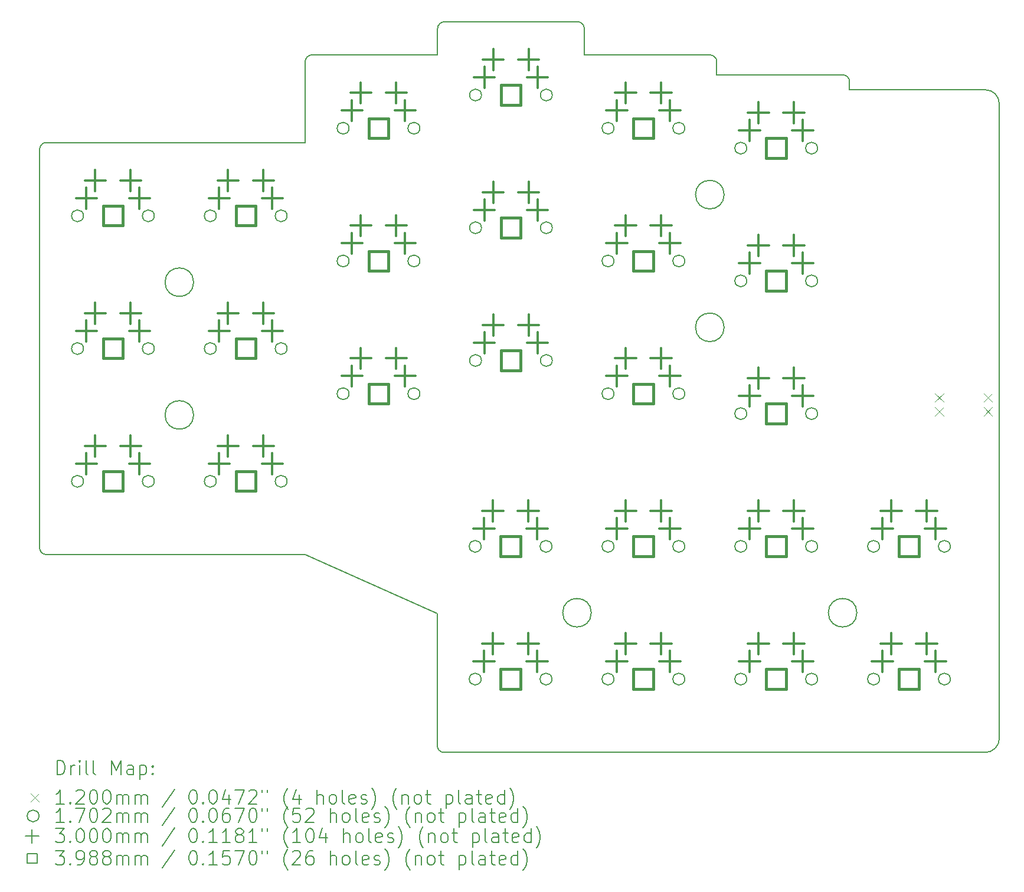
<source format=gbr>
%TF.GenerationSoftware,KiCad,Pcbnew,(6.0.8)*%
%TF.CreationDate,2022-10-22T23:06:45+01:00*%
%TF.ProjectId,board,626f6172-642e-46b6-9963-61645f706362,v1.0.0*%
%TF.SameCoordinates,Original*%
%TF.FileFunction,Drillmap*%
%TF.FilePolarity,Positive*%
%FSLAX45Y45*%
G04 Gerber Fmt 4.5, Leading zero omitted, Abs format (unit mm)*
G04 Created by KiCad (PCBNEW (6.0.8)) date 2022-10-22 23:06:45*
%MOMM*%
%LPD*%
G01*
G04 APERTURE LIST*
%ADD10C,0.150000*%
%ADD11C,0.200000*%
%ADD12C,0.120000*%
%ADD13C,0.170180*%
%ADD14C,0.300000*%
%ADD15C,0.398780*%
G04 APERTURE END LIST*
D10*
X952500Y-1052500D02*
X4662500Y-1052500D01*
X852500Y-952500D02*
X852500Y4762500D01*
X852500Y-952500D02*
G75*
G03*
X952500Y-1052500I100000J0D01*
G01*
X952500Y4862500D02*
X4662500Y4862500D01*
X952500Y4862500D02*
G75*
G03*
X852500Y4762500I0J-100000D01*
G01*
X6562500Y6119800D02*
X4762500Y6119800D01*
X4762500Y6119800D02*
G75*
G03*
X4662500Y6019800I0J-100000D01*
G01*
X4662500Y6019800D02*
X4662500Y4862500D01*
X8667500Y6119800D02*
X8667500Y6496050D01*
X8667500Y6496050D02*
G75*
G03*
X8567500Y6596050I-100000J0D01*
G01*
X8567500Y6596050D02*
X6662500Y6596050D01*
X6662500Y6596050D02*
G75*
G03*
X6562500Y6496050I0J-100000D01*
G01*
X6562500Y6496050D02*
X6562500Y6119800D01*
X10567500Y5834050D02*
X10567500Y6019800D01*
X10567500Y6019800D02*
G75*
G03*
X10467500Y6119800I-100000J0D01*
G01*
X10467500Y6119800D02*
X8667500Y6119800D01*
X12472500Y5619050D02*
X12472500Y5734050D01*
X12472500Y5734050D02*
G75*
G03*
X12372500Y5834050I-100000J0D01*
G01*
X12372500Y5834050D02*
X10567500Y5834050D01*
X6557500Y-3790950D02*
X6557500Y-1896838D01*
X6657500Y-3890950D02*
X14420000Y-3890950D01*
X6557500Y-3790950D02*
G75*
G03*
X6657500Y-3890950I100000J0D01*
G01*
X6557500Y-1896838D02*
X4662500Y-1052500D01*
X14420000Y-3890950D02*
G75*
G03*
X14620000Y-3690950I0J200000D01*
G01*
X14620000Y-3690950D02*
X14620000Y5419050D01*
X14620000Y5419050D02*
G75*
G03*
X14420000Y5619050I-200000J0D01*
G01*
X14420000Y5619050D02*
X12472500Y5619050D01*
X3062500Y2857500D02*
G75*
G03*
X3062500Y2857500I-205000J0D01*
G01*
X3062500Y952500D02*
G75*
G03*
X3062500Y952500I-205000J0D01*
G01*
X10672500Y4114800D02*
G75*
G03*
X10672500Y4114800I-205000J0D01*
G01*
X10672500Y2209800D02*
G75*
G03*
X10672500Y2209800I-205000J0D01*
G01*
X12577500Y-1885950D02*
G75*
G03*
X12577500Y-1885950I-205000J0D01*
G01*
X8767500Y-1885950D02*
G75*
G03*
X8767500Y-1885950I-205000J0D01*
G01*
D11*
D12*
X13700000Y1261550D02*
X13820000Y1141550D01*
X13820000Y1261550D02*
X13700000Y1141550D01*
X13700000Y1061550D02*
X13820000Y941550D01*
X13820000Y1061550D02*
X13700000Y941550D01*
X14400000Y1261550D02*
X14520000Y1141550D01*
X14520000Y1261550D02*
X14400000Y1141550D01*
X14400000Y1061550D02*
X14520000Y941550D01*
X14520000Y1061550D02*
X14400000Y941550D01*
D13*
X1482090Y3810000D02*
G75*
G03*
X1482090Y3810000I-85090J0D01*
G01*
X1482090Y1905000D02*
G75*
G03*
X1482090Y1905000I-85090J0D01*
G01*
X1482090Y0D02*
G75*
G03*
X1482090Y0I-85090J0D01*
G01*
X2498090Y3810000D02*
G75*
G03*
X2498090Y3810000I-85090J0D01*
G01*
X2498090Y1905000D02*
G75*
G03*
X2498090Y1905000I-85090J0D01*
G01*
X2498090Y0D02*
G75*
G03*
X2498090Y0I-85090J0D01*
G01*
X3387090Y3810000D02*
G75*
G03*
X3387090Y3810000I-85090J0D01*
G01*
X3387090Y1905000D02*
G75*
G03*
X3387090Y1905000I-85090J0D01*
G01*
X3387090Y0D02*
G75*
G03*
X3387090Y0I-85090J0D01*
G01*
X4403090Y3810000D02*
G75*
G03*
X4403090Y3810000I-85090J0D01*
G01*
X4403090Y1905000D02*
G75*
G03*
X4403090Y1905000I-85090J0D01*
G01*
X4403090Y0D02*
G75*
G03*
X4403090Y0I-85090J0D01*
G01*
X5292090Y5067300D02*
G75*
G03*
X5292090Y5067300I-85090J0D01*
G01*
X5292090Y3162300D02*
G75*
G03*
X5292090Y3162300I-85090J0D01*
G01*
X5292090Y1257300D02*
G75*
G03*
X5292090Y1257300I-85090J0D01*
G01*
X6308090Y5067300D02*
G75*
G03*
X6308090Y5067300I-85090J0D01*
G01*
X6308090Y3162300D02*
G75*
G03*
X6308090Y3162300I-85090J0D01*
G01*
X6308090Y1257300D02*
G75*
G03*
X6308090Y1257300I-85090J0D01*
G01*
X7187090Y-933450D02*
G75*
G03*
X7187090Y-933450I-85090J0D01*
G01*
X7187090Y-2838450D02*
G75*
G03*
X7187090Y-2838450I-85090J0D01*
G01*
X7192090Y5543550D02*
G75*
G03*
X7192090Y5543550I-85090J0D01*
G01*
X7192090Y3638550D02*
G75*
G03*
X7192090Y3638550I-85090J0D01*
G01*
X7192090Y1733550D02*
G75*
G03*
X7192090Y1733550I-85090J0D01*
G01*
X8203090Y-933450D02*
G75*
G03*
X8203090Y-933450I-85090J0D01*
G01*
X8203090Y-2838450D02*
G75*
G03*
X8203090Y-2838450I-85090J0D01*
G01*
X8208090Y5543550D02*
G75*
G03*
X8208090Y5543550I-85090J0D01*
G01*
X8208090Y3638550D02*
G75*
G03*
X8208090Y3638550I-85090J0D01*
G01*
X8208090Y1733550D02*
G75*
G03*
X8208090Y1733550I-85090J0D01*
G01*
X9092090Y5067300D02*
G75*
G03*
X9092090Y5067300I-85090J0D01*
G01*
X9092090Y3162300D02*
G75*
G03*
X9092090Y3162300I-85090J0D01*
G01*
X9092090Y1257300D02*
G75*
G03*
X9092090Y1257300I-85090J0D01*
G01*
X9092090Y-933450D02*
G75*
G03*
X9092090Y-933450I-85090J0D01*
G01*
X9092090Y-2838450D02*
G75*
G03*
X9092090Y-2838450I-85090J0D01*
G01*
X10108090Y5067300D02*
G75*
G03*
X10108090Y5067300I-85090J0D01*
G01*
X10108090Y3162300D02*
G75*
G03*
X10108090Y3162300I-85090J0D01*
G01*
X10108090Y1257300D02*
G75*
G03*
X10108090Y1257300I-85090J0D01*
G01*
X10108090Y-933450D02*
G75*
G03*
X10108090Y-933450I-85090J0D01*
G01*
X10108090Y-2838450D02*
G75*
G03*
X10108090Y-2838450I-85090J0D01*
G01*
X10997090Y4781550D02*
G75*
G03*
X10997090Y4781550I-85090J0D01*
G01*
X10997090Y2876550D02*
G75*
G03*
X10997090Y2876550I-85090J0D01*
G01*
X10997090Y971550D02*
G75*
G03*
X10997090Y971550I-85090J0D01*
G01*
X10997090Y-933450D02*
G75*
G03*
X10997090Y-933450I-85090J0D01*
G01*
X10997090Y-2838450D02*
G75*
G03*
X10997090Y-2838450I-85090J0D01*
G01*
X12013090Y4781550D02*
G75*
G03*
X12013090Y4781550I-85090J0D01*
G01*
X12013090Y2876550D02*
G75*
G03*
X12013090Y2876550I-85090J0D01*
G01*
X12013090Y971550D02*
G75*
G03*
X12013090Y971550I-85090J0D01*
G01*
X12013090Y-933450D02*
G75*
G03*
X12013090Y-933450I-85090J0D01*
G01*
X12013090Y-2838450D02*
G75*
G03*
X12013090Y-2838450I-85090J0D01*
G01*
X12902090Y-933450D02*
G75*
G03*
X12902090Y-933450I-85090J0D01*
G01*
X12902090Y-2838450D02*
G75*
G03*
X12902090Y-2838450I-85090J0D01*
G01*
X13918090Y-933450D02*
G75*
G03*
X13918090Y-933450I-85090J0D01*
G01*
X13918090Y-2838450D02*
G75*
G03*
X13918090Y-2838450I-85090J0D01*
G01*
D14*
X1524000Y4214000D02*
X1524000Y3914000D01*
X1374000Y4064000D02*
X1674000Y4064000D01*
X1524000Y2309000D02*
X1524000Y2009000D01*
X1374000Y2159000D02*
X1674000Y2159000D01*
X1524000Y404000D02*
X1524000Y104000D01*
X1374000Y254000D02*
X1674000Y254000D01*
X1651000Y4468000D02*
X1651000Y4168000D01*
X1501000Y4318000D02*
X1801000Y4318000D01*
X1651000Y2563000D02*
X1651000Y2263000D01*
X1501000Y2413000D02*
X1801000Y2413000D01*
X1651000Y658000D02*
X1651000Y358000D01*
X1501000Y508000D02*
X1801000Y508000D01*
X2159000Y4468000D02*
X2159000Y4168000D01*
X2009000Y4318000D02*
X2309000Y4318000D01*
X2159000Y2563000D02*
X2159000Y2263000D01*
X2009000Y2413000D02*
X2309000Y2413000D01*
X2159000Y658000D02*
X2159000Y358000D01*
X2009000Y508000D02*
X2309000Y508000D01*
X2286000Y4214000D02*
X2286000Y3914000D01*
X2136000Y4064000D02*
X2436000Y4064000D01*
X2286000Y2309000D02*
X2286000Y2009000D01*
X2136000Y2159000D02*
X2436000Y2159000D01*
X2286000Y404000D02*
X2286000Y104000D01*
X2136000Y254000D02*
X2436000Y254000D01*
X3429000Y4214000D02*
X3429000Y3914000D01*
X3279000Y4064000D02*
X3579000Y4064000D01*
X3429000Y2309000D02*
X3429000Y2009000D01*
X3279000Y2159000D02*
X3579000Y2159000D01*
X3429000Y404000D02*
X3429000Y104000D01*
X3279000Y254000D02*
X3579000Y254000D01*
X3556000Y4468000D02*
X3556000Y4168000D01*
X3406000Y4318000D02*
X3706000Y4318000D01*
X3556000Y2563000D02*
X3556000Y2263000D01*
X3406000Y2413000D02*
X3706000Y2413000D01*
X3556000Y658000D02*
X3556000Y358000D01*
X3406000Y508000D02*
X3706000Y508000D01*
X4064000Y4468000D02*
X4064000Y4168000D01*
X3914000Y4318000D02*
X4214000Y4318000D01*
X4064000Y2563000D02*
X4064000Y2263000D01*
X3914000Y2413000D02*
X4214000Y2413000D01*
X4064000Y658000D02*
X4064000Y358000D01*
X3914000Y508000D02*
X4214000Y508000D01*
X4191000Y4214000D02*
X4191000Y3914000D01*
X4041000Y4064000D02*
X4341000Y4064000D01*
X4191000Y2309000D02*
X4191000Y2009000D01*
X4041000Y2159000D02*
X4341000Y2159000D01*
X4191000Y404000D02*
X4191000Y104000D01*
X4041000Y254000D02*
X4341000Y254000D01*
X5334000Y5471300D02*
X5334000Y5171300D01*
X5184000Y5321300D02*
X5484000Y5321300D01*
X5334000Y3566300D02*
X5334000Y3266300D01*
X5184000Y3416300D02*
X5484000Y3416300D01*
X5334000Y1661300D02*
X5334000Y1361300D01*
X5184000Y1511300D02*
X5484000Y1511300D01*
X5461000Y5725300D02*
X5461000Y5425300D01*
X5311000Y5575300D02*
X5611000Y5575300D01*
X5461000Y3820300D02*
X5461000Y3520300D01*
X5311000Y3670300D02*
X5611000Y3670300D01*
X5461000Y1915300D02*
X5461000Y1615300D01*
X5311000Y1765300D02*
X5611000Y1765300D01*
X5969000Y5725300D02*
X5969000Y5425300D01*
X5819000Y5575300D02*
X6119000Y5575300D01*
X5969000Y3820300D02*
X5969000Y3520300D01*
X5819000Y3670300D02*
X6119000Y3670300D01*
X5969000Y1915300D02*
X5969000Y1615300D01*
X5819000Y1765300D02*
X6119000Y1765300D01*
X6096000Y5471300D02*
X6096000Y5171300D01*
X5946000Y5321300D02*
X6246000Y5321300D01*
X6096000Y3566300D02*
X6096000Y3266300D01*
X5946000Y3416300D02*
X6246000Y3416300D01*
X6096000Y1661300D02*
X6096000Y1361300D01*
X5946000Y1511300D02*
X6246000Y1511300D01*
X7229000Y-529450D02*
X7229000Y-829450D01*
X7079000Y-679450D02*
X7379000Y-679450D01*
X7229000Y-2434450D02*
X7229000Y-2734450D01*
X7079000Y-2584450D02*
X7379000Y-2584450D01*
X7234000Y5947550D02*
X7234000Y5647550D01*
X7084000Y5797550D02*
X7384000Y5797550D01*
X7234000Y4042550D02*
X7234000Y3742550D01*
X7084000Y3892550D02*
X7384000Y3892550D01*
X7234000Y2137550D02*
X7234000Y1837550D01*
X7084000Y1987550D02*
X7384000Y1987550D01*
X7356000Y-275450D02*
X7356000Y-575450D01*
X7206000Y-425450D02*
X7506000Y-425450D01*
X7356000Y-2180450D02*
X7356000Y-2480450D01*
X7206000Y-2330450D02*
X7506000Y-2330450D01*
X7361000Y6201550D02*
X7361000Y5901550D01*
X7211000Y6051550D02*
X7511000Y6051550D01*
X7361000Y4296550D02*
X7361000Y3996550D01*
X7211000Y4146550D02*
X7511000Y4146550D01*
X7361000Y2391550D02*
X7361000Y2091550D01*
X7211000Y2241550D02*
X7511000Y2241550D01*
X7864000Y-275450D02*
X7864000Y-575450D01*
X7714000Y-425450D02*
X8014000Y-425450D01*
X7864000Y-2180450D02*
X7864000Y-2480450D01*
X7714000Y-2330450D02*
X8014000Y-2330450D01*
X7869000Y6201550D02*
X7869000Y5901550D01*
X7719000Y6051550D02*
X8019000Y6051550D01*
X7869000Y4296550D02*
X7869000Y3996550D01*
X7719000Y4146550D02*
X8019000Y4146550D01*
X7869000Y2391550D02*
X7869000Y2091550D01*
X7719000Y2241550D02*
X8019000Y2241550D01*
X7991000Y-529450D02*
X7991000Y-829450D01*
X7841000Y-679450D02*
X8141000Y-679450D01*
X7991000Y-2434450D02*
X7991000Y-2734450D01*
X7841000Y-2584450D02*
X8141000Y-2584450D01*
X7996000Y5947550D02*
X7996000Y5647550D01*
X7846000Y5797550D02*
X8146000Y5797550D01*
X7996000Y4042550D02*
X7996000Y3742550D01*
X7846000Y3892550D02*
X8146000Y3892550D01*
X7996000Y2137550D02*
X7996000Y1837550D01*
X7846000Y1987550D02*
X8146000Y1987550D01*
X9134000Y5471300D02*
X9134000Y5171300D01*
X8984000Y5321300D02*
X9284000Y5321300D01*
X9134000Y3566300D02*
X9134000Y3266300D01*
X8984000Y3416300D02*
X9284000Y3416300D01*
X9134000Y1661300D02*
X9134000Y1361300D01*
X8984000Y1511300D02*
X9284000Y1511300D01*
X9134000Y-529450D02*
X9134000Y-829450D01*
X8984000Y-679450D02*
X9284000Y-679450D01*
X9134000Y-2434450D02*
X9134000Y-2734450D01*
X8984000Y-2584450D02*
X9284000Y-2584450D01*
X9261000Y5725300D02*
X9261000Y5425300D01*
X9111000Y5575300D02*
X9411000Y5575300D01*
X9261000Y3820300D02*
X9261000Y3520300D01*
X9111000Y3670300D02*
X9411000Y3670300D01*
X9261000Y1915300D02*
X9261000Y1615300D01*
X9111000Y1765300D02*
X9411000Y1765300D01*
X9261000Y-275450D02*
X9261000Y-575450D01*
X9111000Y-425450D02*
X9411000Y-425450D01*
X9261000Y-2180450D02*
X9261000Y-2480450D01*
X9111000Y-2330450D02*
X9411000Y-2330450D01*
X9769000Y5725300D02*
X9769000Y5425300D01*
X9619000Y5575300D02*
X9919000Y5575300D01*
X9769000Y3820300D02*
X9769000Y3520300D01*
X9619000Y3670300D02*
X9919000Y3670300D01*
X9769000Y1915300D02*
X9769000Y1615300D01*
X9619000Y1765300D02*
X9919000Y1765300D01*
X9769000Y-275450D02*
X9769000Y-575450D01*
X9619000Y-425450D02*
X9919000Y-425450D01*
X9769000Y-2180450D02*
X9769000Y-2480450D01*
X9619000Y-2330450D02*
X9919000Y-2330450D01*
X9896000Y5471300D02*
X9896000Y5171300D01*
X9746000Y5321300D02*
X10046000Y5321300D01*
X9896000Y3566300D02*
X9896000Y3266300D01*
X9746000Y3416300D02*
X10046000Y3416300D01*
X9896000Y1661300D02*
X9896000Y1361300D01*
X9746000Y1511300D02*
X10046000Y1511300D01*
X9896000Y-529450D02*
X9896000Y-829450D01*
X9746000Y-679450D02*
X10046000Y-679450D01*
X9896000Y-2434450D02*
X9896000Y-2734450D01*
X9746000Y-2584450D02*
X10046000Y-2584450D01*
X11039000Y5185550D02*
X11039000Y4885550D01*
X10889000Y5035550D02*
X11189000Y5035550D01*
X11039000Y3280550D02*
X11039000Y2980550D01*
X10889000Y3130550D02*
X11189000Y3130550D01*
X11039000Y1375550D02*
X11039000Y1075550D01*
X10889000Y1225550D02*
X11189000Y1225550D01*
X11039000Y-529450D02*
X11039000Y-829450D01*
X10889000Y-679450D02*
X11189000Y-679450D01*
X11039000Y-2434450D02*
X11039000Y-2734450D01*
X10889000Y-2584450D02*
X11189000Y-2584450D01*
X11166000Y5439550D02*
X11166000Y5139550D01*
X11016000Y5289550D02*
X11316000Y5289550D01*
X11166000Y3534550D02*
X11166000Y3234550D01*
X11016000Y3384550D02*
X11316000Y3384550D01*
X11166000Y1629550D02*
X11166000Y1329550D01*
X11016000Y1479550D02*
X11316000Y1479550D01*
X11166000Y-275450D02*
X11166000Y-575450D01*
X11016000Y-425450D02*
X11316000Y-425450D01*
X11166000Y-2180450D02*
X11166000Y-2480450D01*
X11016000Y-2330450D02*
X11316000Y-2330450D01*
X11674000Y5439550D02*
X11674000Y5139550D01*
X11524000Y5289550D02*
X11824000Y5289550D01*
X11674000Y3534550D02*
X11674000Y3234550D01*
X11524000Y3384550D02*
X11824000Y3384550D01*
X11674000Y1629550D02*
X11674000Y1329550D01*
X11524000Y1479550D02*
X11824000Y1479550D01*
X11674000Y-275450D02*
X11674000Y-575450D01*
X11524000Y-425450D02*
X11824000Y-425450D01*
X11674000Y-2180450D02*
X11674000Y-2480450D01*
X11524000Y-2330450D02*
X11824000Y-2330450D01*
X11801000Y5185550D02*
X11801000Y4885550D01*
X11651000Y5035550D02*
X11951000Y5035550D01*
X11801000Y3280550D02*
X11801000Y2980550D01*
X11651000Y3130550D02*
X11951000Y3130550D01*
X11801000Y1375550D02*
X11801000Y1075550D01*
X11651000Y1225550D02*
X11951000Y1225550D01*
X11801000Y-529450D02*
X11801000Y-829450D01*
X11651000Y-679450D02*
X11951000Y-679450D01*
X11801000Y-2434450D02*
X11801000Y-2734450D01*
X11651000Y-2584450D02*
X11951000Y-2584450D01*
X12944000Y-529450D02*
X12944000Y-829450D01*
X12794000Y-679450D02*
X13094000Y-679450D01*
X12944000Y-2434450D02*
X12944000Y-2734450D01*
X12794000Y-2584450D02*
X13094000Y-2584450D01*
X13071000Y-275450D02*
X13071000Y-575450D01*
X12921000Y-425450D02*
X13221000Y-425450D01*
X13071000Y-2180450D02*
X13071000Y-2480450D01*
X12921000Y-2330450D02*
X13221000Y-2330450D01*
X13579000Y-275450D02*
X13579000Y-575450D01*
X13429000Y-425450D02*
X13729000Y-425450D01*
X13579000Y-2180450D02*
X13579000Y-2480450D01*
X13429000Y-2330450D02*
X13729000Y-2330450D01*
X13706000Y-529450D02*
X13706000Y-829450D01*
X13556000Y-679450D02*
X13856000Y-679450D01*
X13706000Y-2434450D02*
X13706000Y-2734450D01*
X13556000Y-2584450D02*
X13856000Y-2584450D01*
D15*
X2045991Y3669009D02*
X2045991Y3950991D01*
X1764009Y3950991D01*
X1764009Y3669009D01*
X2045991Y3669009D01*
X2045991Y1764009D02*
X2045991Y2045991D01*
X1764009Y2045991D01*
X1764009Y1764009D01*
X2045991Y1764009D01*
X2045991Y-140991D02*
X2045991Y140991D01*
X1764009Y140991D01*
X1764009Y-140991D01*
X2045991Y-140991D01*
X3950991Y3669009D02*
X3950991Y3950991D01*
X3669009Y3950991D01*
X3669009Y3669009D01*
X3950991Y3669009D01*
X3950991Y1764009D02*
X3950991Y2045991D01*
X3669009Y2045991D01*
X3669009Y1764009D01*
X3950991Y1764009D01*
X3950991Y-140991D02*
X3950991Y140991D01*
X3669009Y140991D01*
X3669009Y-140991D01*
X3950991Y-140991D01*
X5855991Y4926309D02*
X5855991Y5208291D01*
X5574009Y5208291D01*
X5574009Y4926309D01*
X5855991Y4926309D01*
X5855991Y3021309D02*
X5855991Y3303291D01*
X5574009Y3303291D01*
X5574009Y3021309D01*
X5855991Y3021309D01*
X5855991Y1116309D02*
X5855991Y1398291D01*
X5574009Y1398291D01*
X5574009Y1116309D01*
X5855991Y1116309D01*
X7750991Y-1074441D02*
X7750991Y-792459D01*
X7469009Y-792459D01*
X7469009Y-1074441D01*
X7750991Y-1074441D01*
X7750991Y-2979441D02*
X7750991Y-2697459D01*
X7469009Y-2697459D01*
X7469009Y-2979441D01*
X7750991Y-2979441D01*
X7755991Y5402559D02*
X7755991Y5684541D01*
X7474009Y5684541D01*
X7474009Y5402559D01*
X7755991Y5402559D01*
X7755991Y3497559D02*
X7755991Y3779541D01*
X7474009Y3779541D01*
X7474009Y3497559D01*
X7755991Y3497559D01*
X7755991Y1592559D02*
X7755991Y1874541D01*
X7474009Y1874541D01*
X7474009Y1592559D01*
X7755991Y1592559D01*
X9655991Y4926309D02*
X9655991Y5208291D01*
X9374009Y5208291D01*
X9374009Y4926309D01*
X9655991Y4926309D01*
X9655991Y3021309D02*
X9655991Y3303291D01*
X9374009Y3303291D01*
X9374009Y3021309D01*
X9655991Y3021309D01*
X9655991Y1116309D02*
X9655991Y1398291D01*
X9374009Y1398291D01*
X9374009Y1116309D01*
X9655991Y1116309D01*
X9655991Y-1074441D02*
X9655991Y-792459D01*
X9374009Y-792459D01*
X9374009Y-1074441D01*
X9655991Y-1074441D01*
X9655991Y-2979441D02*
X9655991Y-2697459D01*
X9374009Y-2697459D01*
X9374009Y-2979441D01*
X9655991Y-2979441D01*
X11560991Y4640559D02*
X11560991Y4922541D01*
X11279009Y4922541D01*
X11279009Y4640559D01*
X11560991Y4640559D01*
X11560991Y2735559D02*
X11560991Y3017541D01*
X11279009Y3017541D01*
X11279009Y2735559D01*
X11560991Y2735559D01*
X11560991Y830559D02*
X11560991Y1112541D01*
X11279009Y1112541D01*
X11279009Y830559D01*
X11560991Y830559D01*
X11560991Y-1074441D02*
X11560991Y-792459D01*
X11279009Y-792459D01*
X11279009Y-1074441D01*
X11560991Y-1074441D01*
X11560991Y-2979441D02*
X11560991Y-2697459D01*
X11279009Y-2697459D01*
X11279009Y-2979441D01*
X11560991Y-2979441D01*
X13465991Y-1074441D02*
X13465991Y-792459D01*
X13184009Y-792459D01*
X13184009Y-1074441D01*
X13465991Y-1074441D01*
X13465991Y-2979441D02*
X13465991Y-2697459D01*
X13184009Y-2697459D01*
X13184009Y-2979441D01*
X13465991Y-2979441D01*
D11*
X1102619Y-4208926D02*
X1102619Y-4008926D01*
X1150238Y-4008926D01*
X1178810Y-4018450D01*
X1197857Y-4037498D01*
X1207381Y-4056545D01*
X1216905Y-4094640D01*
X1216905Y-4123212D01*
X1207381Y-4161307D01*
X1197857Y-4180355D01*
X1178810Y-4199402D01*
X1150238Y-4208926D01*
X1102619Y-4208926D01*
X1302619Y-4208926D02*
X1302619Y-4075593D01*
X1302619Y-4113688D02*
X1312143Y-4094640D01*
X1321667Y-4085117D01*
X1340714Y-4075593D01*
X1359762Y-4075593D01*
X1426428Y-4208926D02*
X1426428Y-4075593D01*
X1426428Y-4008926D02*
X1416905Y-4018450D01*
X1426428Y-4027974D01*
X1435952Y-4018450D01*
X1426428Y-4008926D01*
X1426428Y-4027974D01*
X1550238Y-4208926D02*
X1531190Y-4199402D01*
X1521667Y-4180355D01*
X1521667Y-4008926D01*
X1655000Y-4208926D02*
X1635952Y-4199402D01*
X1626428Y-4180355D01*
X1626428Y-4008926D01*
X1883571Y-4208926D02*
X1883571Y-4008926D01*
X1950238Y-4151783D01*
X2016905Y-4008926D01*
X2016905Y-4208926D01*
X2197857Y-4208926D02*
X2197857Y-4104164D01*
X2188333Y-4085117D01*
X2169286Y-4075593D01*
X2131190Y-4075593D01*
X2112143Y-4085117D01*
X2197857Y-4199402D02*
X2178810Y-4208926D01*
X2131190Y-4208926D01*
X2112143Y-4199402D01*
X2102619Y-4180355D01*
X2102619Y-4161307D01*
X2112143Y-4142259D01*
X2131190Y-4132736D01*
X2178810Y-4132736D01*
X2197857Y-4123212D01*
X2293095Y-4075593D02*
X2293095Y-4275593D01*
X2293095Y-4085117D02*
X2312143Y-4075593D01*
X2350238Y-4075593D01*
X2369286Y-4085117D01*
X2378810Y-4094640D01*
X2388333Y-4113688D01*
X2388333Y-4170831D01*
X2378810Y-4189878D01*
X2369286Y-4199402D01*
X2350238Y-4208926D01*
X2312143Y-4208926D01*
X2293095Y-4199402D01*
X2474048Y-4189878D02*
X2483571Y-4199402D01*
X2474048Y-4208926D01*
X2464524Y-4199402D01*
X2474048Y-4189878D01*
X2474048Y-4208926D01*
X2474048Y-4085117D02*
X2483571Y-4094640D01*
X2474048Y-4104164D01*
X2464524Y-4094640D01*
X2474048Y-4085117D01*
X2474048Y-4104164D01*
D12*
X725000Y-4478450D02*
X845000Y-4598450D01*
X845000Y-4478450D02*
X725000Y-4598450D01*
D11*
X1207381Y-4628926D02*
X1093095Y-4628926D01*
X1150238Y-4628926D02*
X1150238Y-4428926D01*
X1131190Y-4457498D01*
X1112143Y-4476545D01*
X1093095Y-4486069D01*
X1293095Y-4609879D02*
X1302619Y-4619402D01*
X1293095Y-4628926D01*
X1283571Y-4619402D01*
X1293095Y-4609879D01*
X1293095Y-4628926D01*
X1378810Y-4447974D02*
X1388333Y-4438450D01*
X1407381Y-4428926D01*
X1455000Y-4428926D01*
X1474048Y-4438450D01*
X1483571Y-4447974D01*
X1493095Y-4467021D01*
X1493095Y-4486069D01*
X1483571Y-4514640D01*
X1369286Y-4628926D01*
X1493095Y-4628926D01*
X1616905Y-4428926D02*
X1635952Y-4428926D01*
X1655000Y-4438450D01*
X1664524Y-4447974D01*
X1674048Y-4467021D01*
X1683571Y-4505117D01*
X1683571Y-4552736D01*
X1674048Y-4590831D01*
X1664524Y-4609879D01*
X1655000Y-4619402D01*
X1635952Y-4628926D01*
X1616905Y-4628926D01*
X1597857Y-4619402D01*
X1588333Y-4609879D01*
X1578809Y-4590831D01*
X1569286Y-4552736D01*
X1569286Y-4505117D01*
X1578809Y-4467021D01*
X1588333Y-4447974D01*
X1597857Y-4438450D01*
X1616905Y-4428926D01*
X1807381Y-4428926D02*
X1826428Y-4428926D01*
X1845476Y-4438450D01*
X1855000Y-4447974D01*
X1864524Y-4467021D01*
X1874048Y-4505117D01*
X1874048Y-4552736D01*
X1864524Y-4590831D01*
X1855000Y-4609879D01*
X1845476Y-4619402D01*
X1826428Y-4628926D01*
X1807381Y-4628926D01*
X1788333Y-4619402D01*
X1778809Y-4609879D01*
X1769286Y-4590831D01*
X1759762Y-4552736D01*
X1759762Y-4505117D01*
X1769286Y-4467021D01*
X1778809Y-4447974D01*
X1788333Y-4438450D01*
X1807381Y-4428926D01*
X1959762Y-4628926D02*
X1959762Y-4495593D01*
X1959762Y-4514640D02*
X1969286Y-4505117D01*
X1988333Y-4495593D01*
X2016905Y-4495593D01*
X2035952Y-4505117D01*
X2045476Y-4524164D01*
X2045476Y-4628926D01*
X2045476Y-4524164D02*
X2055000Y-4505117D01*
X2074048Y-4495593D01*
X2102619Y-4495593D01*
X2121667Y-4505117D01*
X2131190Y-4524164D01*
X2131190Y-4628926D01*
X2226429Y-4628926D02*
X2226429Y-4495593D01*
X2226429Y-4514640D02*
X2235952Y-4505117D01*
X2255000Y-4495593D01*
X2283571Y-4495593D01*
X2302619Y-4505117D01*
X2312143Y-4524164D01*
X2312143Y-4628926D01*
X2312143Y-4524164D02*
X2321667Y-4505117D01*
X2340714Y-4495593D01*
X2369286Y-4495593D01*
X2388333Y-4505117D01*
X2397857Y-4524164D01*
X2397857Y-4628926D01*
X2788333Y-4419402D02*
X2616905Y-4676545D01*
X3045476Y-4428926D02*
X3064524Y-4428926D01*
X3083571Y-4438450D01*
X3093095Y-4447974D01*
X3102619Y-4467021D01*
X3112143Y-4505117D01*
X3112143Y-4552736D01*
X3102619Y-4590831D01*
X3093095Y-4609879D01*
X3083571Y-4619402D01*
X3064524Y-4628926D01*
X3045476Y-4628926D01*
X3026428Y-4619402D01*
X3016905Y-4609879D01*
X3007381Y-4590831D01*
X2997857Y-4552736D01*
X2997857Y-4505117D01*
X3007381Y-4467021D01*
X3016905Y-4447974D01*
X3026428Y-4438450D01*
X3045476Y-4428926D01*
X3197857Y-4609879D02*
X3207381Y-4619402D01*
X3197857Y-4628926D01*
X3188333Y-4619402D01*
X3197857Y-4609879D01*
X3197857Y-4628926D01*
X3331190Y-4428926D02*
X3350238Y-4428926D01*
X3369286Y-4438450D01*
X3378809Y-4447974D01*
X3388333Y-4467021D01*
X3397857Y-4505117D01*
X3397857Y-4552736D01*
X3388333Y-4590831D01*
X3378809Y-4609879D01*
X3369286Y-4619402D01*
X3350238Y-4628926D01*
X3331190Y-4628926D01*
X3312143Y-4619402D01*
X3302619Y-4609879D01*
X3293095Y-4590831D01*
X3283571Y-4552736D01*
X3283571Y-4505117D01*
X3293095Y-4467021D01*
X3302619Y-4447974D01*
X3312143Y-4438450D01*
X3331190Y-4428926D01*
X3569286Y-4495593D02*
X3569286Y-4628926D01*
X3521667Y-4419402D02*
X3474048Y-4562260D01*
X3597857Y-4562260D01*
X3655000Y-4428926D02*
X3788333Y-4428926D01*
X3702619Y-4628926D01*
X3855000Y-4447974D02*
X3864524Y-4438450D01*
X3883571Y-4428926D01*
X3931190Y-4428926D01*
X3950238Y-4438450D01*
X3959762Y-4447974D01*
X3969286Y-4467021D01*
X3969286Y-4486069D01*
X3959762Y-4514640D01*
X3845476Y-4628926D01*
X3969286Y-4628926D01*
X4045476Y-4428926D02*
X4045476Y-4467021D01*
X4121667Y-4428926D02*
X4121667Y-4467021D01*
X4416905Y-4705117D02*
X4407381Y-4695593D01*
X4388333Y-4667021D01*
X4378810Y-4647974D01*
X4369286Y-4619402D01*
X4359762Y-4571783D01*
X4359762Y-4533688D01*
X4369286Y-4486069D01*
X4378810Y-4457498D01*
X4388333Y-4438450D01*
X4407381Y-4409879D01*
X4416905Y-4400355D01*
X4578810Y-4495593D02*
X4578810Y-4628926D01*
X4531190Y-4419402D02*
X4483571Y-4562260D01*
X4607381Y-4562260D01*
X4835952Y-4628926D02*
X4835952Y-4428926D01*
X4921667Y-4628926D02*
X4921667Y-4524164D01*
X4912143Y-4505117D01*
X4893095Y-4495593D01*
X4864524Y-4495593D01*
X4845476Y-4505117D01*
X4835952Y-4514640D01*
X5045476Y-4628926D02*
X5026429Y-4619402D01*
X5016905Y-4609879D01*
X5007381Y-4590831D01*
X5007381Y-4533688D01*
X5016905Y-4514640D01*
X5026429Y-4505117D01*
X5045476Y-4495593D01*
X5074048Y-4495593D01*
X5093095Y-4505117D01*
X5102619Y-4514640D01*
X5112143Y-4533688D01*
X5112143Y-4590831D01*
X5102619Y-4609879D01*
X5093095Y-4619402D01*
X5074048Y-4628926D01*
X5045476Y-4628926D01*
X5226429Y-4628926D02*
X5207381Y-4619402D01*
X5197857Y-4600355D01*
X5197857Y-4428926D01*
X5378810Y-4619402D02*
X5359762Y-4628926D01*
X5321667Y-4628926D01*
X5302619Y-4619402D01*
X5293095Y-4600355D01*
X5293095Y-4524164D01*
X5302619Y-4505117D01*
X5321667Y-4495593D01*
X5359762Y-4495593D01*
X5378810Y-4505117D01*
X5388333Y-4524164D01*
X5388333Y-4543212D01*
X5293095Y-4562260D01*
X5464524Y-4619402D02*
X5483571Y-4628926D01*
X5521667Y-4628926D01*
X5540714Y-4619402D01*
X5550238Y-4600355D01*
X5550238Y-4590831D01*
X5540714Y-4571783D01*
X5521667Y-4562260D01*
X5493095Y-4562260D01*
X5474048Y-4552736D01*
X5464524Y-4533688D01*
X5464524Y-4524164D01*
X5474048Y-4505117D01*
X5493095Y-4495593D01*
X5521667Y-4495593D01*
X5540714Y-4505117D01*
X5616905Y-4705117D02*
X5626428Y-4695593D01*
X5645476Y-4667021D01*
X5655000Y-4647974D01*
X5664524Y-4619402D01*
X5674048Y-4571783D01*
X5674048Y-4533688D01*
X5664524Y-4486069D01*
X5655000Y-4457498D01*
X5645476Y-4438450D01*
X5626428Y-4409879D01*
X5616905Y-4400355D01*
X5978809Y-4705117D02*
X5969286Y-4695593D01*
X5950238Y-4667021D01*
X5940714Y-4647974D01*
X5931190Y-4619402D01*
X5921667Y-4571783D01*
X5921667Y-4533688D01*
X5931190Y-4486069D01*
X5940714Y-4457498D01*
X5950238Y-4438450D01*
X5969286Y-4409879D01*
X5978809Y-4400355D01*
X6055000Y-4495593D02*
X6055000Y-4628926D01*
X6055000Y-4514640D02*
X6064524Y-4505117D01*
X6083571Y-4495593D01*
X6112143Y-4495593D01*
X6131190Y-4505117D01*
X6140714Y-4524164D01*
X6140714Y-4628926D01*
X6264524Y-4628926D02*
X6245476Y-4619402D01*
X6235952Y-4609879D01*
X6226428Y-4590831D01*
X6226428Y-4533688D01*
X6235952Y-4514640D01*
X6245476Y-4505117D01*
X6264524Y-4495593D01*
X6293095Y-4495593D01*
X6312143Y-4505117D01*
X6321667Y-4514640D01*
X6331190Y-4533688D01*
X6331190Y-4590831D01*
X6321667Y-4609879D01*
X6312143Y-4619402D01*
X6293095Y-4628926D01*
X6264524Y-4628926D01*
X6388333Y-4495593D02*
X6464524Y-4495593D01*
X6416905Y-4428926D02*
X6416905Y-4600355D01*
X6426428Y-4619402D01*
X6445476Y-4628926D01*
X6464524Y-4628926D01*
X6683571Y-4495593D02*
X6683571Y-4695593D01*
X6683571Y-4505117D02*
X6702619Y-4495593D01*
X6740714Y-4495593D01*
X6759762Y-4505117D01*
X6769286Y-4514640D01*
X6778809Y-4533688D01*
X6778809Y-4590831D01*
X6769286Y-4609879D01*
X6759762Y-4619402D01*
X6740714Y-4628926D01*
X6702619Y-4628926D01*
X6683571Y-4619402D01*
X6893095Y-4628926D02*
X6874048Y-4619402D01*
X6864524Y-4600355D01*
X6864524Y-4428926D01*
X7055000Y-4628926D02*
X7055000Y-4524164D01*
X7045476Y-4505117D01*
X7026428Y-4495593D01*
X6988333Y-4495593D01*
X6969286Y-4505117D01*
X7055000Y-4619402D02*
X7035952Y-4628926D01*
X6988333Y-4628926D01*
X6969286Y-4619402D01*
X6959762Y-4600355D01*
X6959762Y-4581307D01*
X6969286Y-4562260D01*
X6988333Y-4552736D01*
X7035952Y-4552736D01*
X7055000Y-4543212D01*
X7121667Y-4495593D02*
X7197857Y-4495593D01*
X7150238Y-4428926D02*
X7150238Y-4600355D01*
X7159762Y-4619402D01*
X7178809Y-4628926D01*
X7197857Y-4628926D01*
X7340714Y-4619402D02*
X7321667Y-4628926D01*
X7283571Y-4628926D01*
X7264524Y-4619402D01*
X7255000Y-4600355D01*
X7255000Y-4524164D01*
X7264524Y-4505117D01*
X7283571Y-4495593D01*
X7321667Y-4495593D01*
X7340714Y-4505117D01*
X7350238Y-4524164D01*
X7350238Y-4543212D01*
X7255000Y-4562260D01*
X7521667Y-4628926D02*
X7521667Y-4428926D01*
X7521667Y-4619402D02*
X7502619Y-4628926D01*
X7464524Y-4628926D01*
X7445476Y-4619402D01*
X7435952Y-4609879D01*
X7426428Y-4590831D01*
X7426428Y-4533688D01*
X7435952Y-4514640D01*
X7445476Y-4505117D01*
X7464524Y-4495593D01*
X7502619Y-4495593D01*
X7521667Y-4505117D01*
X7597857Y-4705117D02*
X7607381Y-4695593D01*
X7626428Y-4667021D01*
X7635952Y-4647974D01*
X7645476Y-4619402D01*
X7655000Y-4571783D01*
X7655000Y-4533688D01*
X7645476Y-4486069D01*
X7635952Y-4457498D01*
X7626428Y-4438450D01*
X7607381Y-4409879D01*
X7597857Y-4400355D01*
D13*
X845000Y-4802450D02*
G75*
G03*
X845000Y-4802450I-85090J0D01*
G01*
D11*
X1207381Y-4892926D02*
X1093095Y-4892926D01*
X1150238Y-4892926D02*
X1150238Y-4692926D01*
X1131190Y-4721498D01*
X1112143Y-4740545D01*
X1093095Y-4750069D01*
X1293095Y-4873879D02*
X1302619Y-4883402D01*
X1293095Y-4892926D01*
X1283571Y-4883402D01*
X1293095Y-4873879D01*
X1293095Y-4892926D01*
X1369286Y-4692926D02*
X1502619Y-4692926D01*
X1416905Y-4892926D01*
X1616905Y-4692926D02*
X1635952Y-4692926D01*
X1655000Y-4702450D01*
X1664524Y-4711974D01*
X1674048Y-4731021D01*
X1683571Y-4769117D01*
X1683571Y-4816736D01*
X1674048Y-4854831D01*
X1664524Y-4873879D01*
X1655000Y-4883402D01*
X1635952Y-4892926D01*
X1616905Y-4892926D01*
X1597857Y-4883402D01*
X1588333Y-4873879D01*
X1578809Y-4854831D01*
X1569286Y-4816736D01*
X1569286Y-4769117D01*
X1578809Y-4731021D01*
X1588333Y-4711974D01*
X1597857Y-4702450D01*
X1616905Y-4692926D01*
X1759762Y-4711974D02*
X1769286Y-4702450D01*
X1788333Y-4692926D01*
X1835952Y-4692926D01*
X1855000Y-4702450D01*
X1864524Y-4711974D01*
X1874048Y-4731021D01*
X1874048Y-4750069D01*
X1864524Y-4778640D01*
X1750238Y-4892926D01*
X1874048Y-4892926D01*
X1959762Y-4892926D02*
X1959762Y-4759593D01*
X1959762Y-4778640D02*
X1969286Y-4769117D01*
X1988333Y-4759593D01*
X2016905Y-4759593D01*
X2035952Y-4769117D01*
X2045476Y-4788164D01*
X2045476Y-4892926D01*
X2045476Y-4788164D02*
X2055000Y-4769117D01*
X2074048Y-4759593D01*
X2102619Y-4759593D01*
X2121667Y-4769117D01*
X2131190Y-4788164D01*
X2131190Y-4892926D01*
X2226429Y-4892926D02*
X2226429Y-4759593D01*
X2226429Y-4778640D02*
X2235952Y-4769117D01*
X2255000Y-4759593D01*
X2283571Y-4759593D01*
X2302619Y-4769117D01*
X2312143Y-4788164D01*
X2312143Y-4892926D01*
X2312143Y-4788164D02*
X2321667Y-4769117D01*
X2340714Y-4759593D01*
X2369286Y-4759593D01*
X2388333Y-4769117D01*
X2397857Y-4788164D01*
X2397857Y-4892926D01*
X2788333Y-4683402D02*
X2616905Y-4940545D01*
X3045476Y-4692926D02*
X3064524Y-4692926D01*
X3083571Y-4702450D01*
X3093095Y-4711974D01*
X3102619Y-4731021D01*
X3112143Y-4769117D01*
X3112143Y-4816736D01*
X3102619Y-4854831D01*
X3093095Y-4873879D01*
X3083571Y-4883402D01*
X3064524Y-4892926D01*
X3045476Y-4892926D01*
X3026428Y-4883402D01*
X3016905Y-4873879D01*
X3007381Y-4854831D01*
X2997857Y-4816736D01*
X2997857Y-4769117D01*
X3007381Y-4731021D01*
X3016905Y-4711974D01*
X3026428Y-4702450D01*
X3045476Y-4692926D01*
X3197857Y-4873879D02*
X3207381Y-4883402D01*
X3197857Y-4892926D01*
X3188333Y-4883402D01*
X3197857Y-4873879D01*
X3197857Y-4892926D01*
X3331190Y-4692926D02*
X3350238Y-4692926D01*
X3369286Y-4702450D01*
X3378809Y-4711974D01*
X3388333Y-4731021D01*
X3397857Y-4769117D01*
X3397857Y-4816736D01*
X3388333Y-4854831D01*
X3378809Y-4873879D01*
X3369286Y-4883402D01*
X3350238Y-4892926D01*
X3331190Y-4892926D01*
X3312143Y-4883402D01*
X3302619Y-4873879D01*
X3293095Y-4854831D01*
X3283571Y-4816736D01*
X3283571Y-4769117D01*
X3293095Y-4731021D01*
X3302619Y-4711974D01*
X3312143Y-4702450D01*
X3331190Y-4692926D01*
X3569286Y-4692926D02*
X3531190Y-4692926D01*
X3512143Y-4702450D01*
X3502619Y-4711974D01*
X3483571Y-4740545D01*
X3474048Y-4778640D01*
X3474048Y-4854831D01*
X3483571Y-4873879D01*
X3493095Y-4883402D01*
X3512143Y-4892926D01*
X3550238Y-4892926D01*
X3569286Y-4883402D01*
X3578809Y-4873879D01*
X3588333Y-4854831D01*
X3588333Y-4807212D01*
X3578809Y-4788164D01*
X3569286Y-4778640D01*
X3550238Y-4769117D01*
X3512143Y-4769117D01*
X3493095Y-4778640D01*
X3483571Y-4788164D01*
X3474048Y-4807212D01*
X3655000Y-4692926D02*
X3788333Y-4692926D01*
X3702619Y-4892926D01*
X3902619Y-4692926D02*
X3921667Y-4692926D01*
X3940714Y-4702450D01*
X3950238Y-4711974D01*
X3959762Y-4731021D01*
X3969286Y-4769117D01*
X3969286Y-4816736D01*
X3959762Y-4854831D01*
X3950238Y-4873879D01*
X3940714Y-4883402D01*
X3921667Y-4892926D01*
X3902619Y-4892926D01*
X3883571Y-4883402D01*
X3874048Y-4873879D01*
X3864524Y-4854831D01*
X3855000Y-4816736D01*
X3855000Y-4769117D01*
X3864524Y-4731021D01*
X3874048Y-4711974D01*
X3883571Y-4702450D01*
X3902619Y-4692926D01*
X4045476Y-4692926D02*
X4045476Y-4731021D01*
X4121667Y-4692926D02*
X4121667Y-4731021D01*
X4416905Y-4969117D02*
X4407381Y-4959593D01*
X4388333Y-4931021D01*
X4378810Y-4911974D01*
X4369286Y-4883402D01*
X4359762Y-4835783D01*
X4359762Y-4797688D01*
X4369286Y-4750069D01*
X4378810Y-4721498D01*
X4388333Y-4702450D01*
X4407381Y-4673879D01*
X4416905Y-4664355D01*
X4588333Y-4692926D02*
X4493095Y-4692926D01*
X4483571Y-4788164D01*
X4493095Y-4778640D01*
X4512143Y-4769117D01*
X4559762Y-4769117D01*
X4578810Y-4778640D01*
X4588333Y-4788164D01*
X4597857Y-4807212D01*
X4597857Y-4854831D01*
X4588333Y-4873879D01*
X4578810Y-4883402D01*
X4559762Y-4892926D01*
X4512143Y-4892926D01*
X4493095Y-4883402D01*
X4483571Y-4873879D01*
X4674048Y-4711974D02*
X4683571Y-4702450D01*
X4702619Y-4692926D01*
X4750238Y-4692926D01*
X4769286Y-4702450D01*
X4778810Y-4711974D01*
X4788333Y-4731021D01*
X4788333Y-4750069D01*
X4778810Y-4778640D01*
X4664524Y-4892926D01*
X4788333Y-4892926D01*
X5026429Y-4892926D02*
X5026429Y-4692926D01*
X5112143Y-4892926D02*
X5112143Y-4788164D01*
X5102619Y-4769117D01*
X5083571Y-4759593D01*
X5055000Y-4759593D01*
X5035952Y-4769117D01*
X5026429Y-4778640D01*
X5235952Y-4892926D02*
X5216905Y-4883402D01*
X5207381Y-4873879D01*
X5197857Y-4854831D01*
X5197857Y-4797688D01*
X5207381Y-4778640D01*
X5216905Y-4769117D01*
X5235952Y-4759593D01*
X5264524Y-4759593D01*
X5283571Y-4769117D01*
X5293095Y-4778640D01*
X5302619Y-4797688D01*
X5302619Y-4854831D01*
X5293095Y-4873879D01*
X5283571Y-4883402D01*
X5264524Y-4892926D01*
X5235952Y-4892926D01*
X5416905Y-4892926D02*
X5397857Y-4883402D01*
X5388333Y-4864355D01*
X5388333Y-4692926D01*
X5569286Y-4883402D02*
X5550238Y-4892926D01*
X5512143Y-4892926D01*
X5493095Y-4883402D01*
X5483571Y-4864355D01*
X5483571Y-4788164D01*
X5493095Y-4769117D01*
X5512143Y-4759593D01*
X5550238Y-4759593D01*
X5569286Y-4769117D01*
X5578810Y-4788164D01*
X5578810Y-4807212D01*
X5483571Y-4826260D01*
X5655000Y-4883402D02*
X5674048Y-4892926D01*
X5712143Y-4892926D01*
X5731190Y-4883402D01*
X5740714Y-4864355D01*
X5740714Y-4854831D01*
X5731190Y-4835783D01*
X5712143Y-4826260D01*
X5683571Y-4826260D01*
X5664524Y-4816736D01*
X5655000Y-4797688D01*
X5655000Y-4788164D01*
X5664524Y-4769117D01*
X5683571Y-4759593D01*
X5712143Y-4759593D01*
X5731190Y-4769117D01*
X5807381Y-4969117D02*
X5816905Y-4959593D01*
X5835952Y-4931021D01*
X5845476Y-4911974D01*
X5855000Y-4883402D01*
X5864524Y-4835783D01*
X5864524Y-4797688D01*
X5855000Y-4750069D01*
X5845476Y-4721498D01*
X5835952Y-4702450D01*
X5816905Y-4673879D01*
X5807381Y-4664355D01*
X6169286Y-4969117D02*
X6159762Y-4959593D01*
X6140714Y-4931021D01*
X6131190Y-4911974D01*
X6121667Y-4883402D01*
X6112143Y-4835783D01*
X6112143Y-4797688D01*
X6121667Y-4750069D01*
X6131190Y-4721498D01*
X6140714Y-4702450D01*
X6159762Y-4673879D01*
X6169286Y-4664355D01*
X6245476Y-4759593D02*
X6245476Y-4892926D01*
X6245476Y-4778640D02*
X6255000Y-4769117D01*
X6274048Y-4759593D01*
X6302619Y-4759593D01*
X6321667Y-4769117D01*
X6331190Y-4788164D01*
X6331190Y-4892926D01*
X6455000Y-4892926D02*
X6435952Y-4883402D01*
X6426428Y-4873879D01*
X6416905Y-4854831D01*
X6416905Y-4797688D01*
X6426428Y-4778640D01*
X6435952Y-4769117D01*
X6455000Y-4759593D01*
X6483571Y-4759593D01*
X6502619Y-4769117D01*
X6512143Y-4778640D01*
X6521667Y-4797688D01*
X6521667Y-4854831D01*
X6512143Y-4873879D01*
X6502619Y-4883402D01*
X6483571Y-4892926D01*
X6455000Y-4892926D01*
X6578809Y-4759593D02*
X6655000Y-4759593D01*
X6607381Y-4692926D02*
X6607381Y-4864355D01*
X6616905Y-4883402D01*
X6635952Y-4892926D01*
X6655000Y-4892926D01*
X6874048Y-4759593D02*
X6874048Y-4959593D01*
X6874048Y-4769117D02*
X6893095Y-4759593D01*
X6931190Y-4759593D01*
X6950238Y-4769117D01*
X6959762Y-4778640D01*
X6969286Y-4797688D01*
X6969286Y-4854831D01*
X6959762Y-4873879D01*
X6950238Y-4883402D01*
X6931190Y-4892926D01*
X6893095Y-4892926D01*
X6874048Y-4883402D01*
X7083571Y-4892926D02*
X7064524Y-4883402D01*
X7055000Y-4864355D01*
X7055000Y-4692926D01*
X7245476Y-4892926D02*
X7245476Y-4788164D01*
X7235952Y-4769117D01*
X7216905Y-4759593D01*
X7178809Y-4759593D01*
X7159762Y-4769117D01*
X7245476Y-4883402D02*
X7226428Y-4892926D01*
X7178809Y-4892926D01*
X7159762Y-4883402D01*
X7150238Y-4864355D01*
X7150238Y-4845307D01*
X7159762Y-4826260D01*
X7178809Y-4816736D01*
X7226428Y-4816736D01*
X7245476Y-4807212D01*
X7312143Y-4759593D02*
X7388333Y-4759593D01*
X7340714Y-4692926D02*
X7340714Y-4864355D01*
X7350238Y-4883402D01*
X7369286Y-4892926D01*
X7388333Y-4892926D01*
X7531190Y-4883402D02*
X7512143Y-4892926D01*
X7474048Y-4892926D01*
X7455000Y-4883402D01*
X7445476Y-4864355D01*
X7445476Y-4788164D01*
X7455000Y-4769117D01*
X7474048Y-4759593D01*
X7512143Y-4759593D01*
X7531190Y-4769117D01*
X7540714Y-4788164D01*
X7540714Y-4807212D01*
X7445476Y-4826260D01*
X7712143Y-4892926D02*
X7712143Y-4692926D01*
X7712143Y-4883402D02*
X7693095Y-4892926D01*
X7655000Y-4892926D01*
X7635952Y-4883402D01*
X7626428Y-4873879D01*
X7616905Y-4854831D01*
X7616905Y-4797688D01*
X7626428Y-4778640D01*
X7635952Y-4769117D01*
X7655000Y-4759593D01*
X7693095Y-4759593D01*
X7712143Y-4769117D01*
X7788333Y-4969117D02*
X7797857Y-4959593D01*
X7816905Y-4931021D01*
X7826428Y-4911974D01*
X7835952Y-4883402D01*
X7845476Y-4835783D01*
X7845476Y-4797688D01*
X7835952Y-4750069D01*
X7826428Y-4721498D01*
X7816905Y-4702450D01*
X7797857Y-4673879D01*
X7788333Y-4664355D01*
X745000Y-4992630D02*
X745000Y-5192630D01*
X645000Y-5092630D02*
X845000Y-5092630D01*
X1083571Y-4983106D02*
X1207381Y-4983106D01*
X1140714Y-5059297D01*
X1169286Y-5059297D01*
X1188333Y-5068820D01*
X1197857Y-5078344D01*
X1207381Y-5097392D01*
X1207381Y-5145011D01*
X1197857Y-5164059D01*
X1188333Y-5173582D01*
X1169286Y-5183106D01*
X1112143Y-5183106D01*
X1093095Y-5173582D01*
X1083571Y-5164059D01*
X1293095Y-5164059D02*
X1302619Y-5173582D01*
X1293095Y-5183106D01*
X1283571Y-5173582D01*
X1293095Y-5164059D01*
X1293095Y-5183106D01*
X1426428Y-4983106D02*
X1445476Y-4983106D01*
X1464524Y-4992630D01*
X1474048Y-5002154D01*
X1483571Y-5021201D01*
X1493095Y-5059297D01*
X1493095Y-5106916D01*
X1483571Y-5145011D01*
X1474048Y-5164059D01*
X1464524Y-5173582D01*
X1445476Y-5183106D01*
X1426428Y-5183106D01*
X1407381Y-5173582D01*
X1397857Y-5164059D01*
X1388333Y-5145011D01*
X1378810Y-5106916D01*
X1378810Y-5059297D01*
X1388333Y-5021201D01*
X1397857Y-5002154D01*
X1407381Y-4992630D01*
X1426428Y-4983106D01*
X1616905Y-4983106D02*
X1635952Y-4983106D01*
X1655000Y-4992630D01*
X1664524Y-5002154D01*
X1674048Y-5021201D01*
X1683571Y-5059297D01*
X1683571Y-5106916D01*
X1674048Y-5145011D01*
X1664524Y-5164059D01*
X1655000Y-5173582D01*
X1635952Y-5183106D01*
X1616905Y-5183106D01*
X1597857Y-5173582D01*
X1588333Y-5164059D01*
X1578809Y-5145011D01*
X1569286Y-5106916D01*
X1569286Y-5059297D01*
X1578809Y-5021201D01*
X1588333Y-5002154D01*
X1597857Y-4992630D01*
X1616905Y-4983106D01*
X1807381Y-4983106D02*
X1826428Y-4983106D01*
X1845476Y-4992630D01*
X1855000Y-5002154D01*
X1864524Y-5021201D01*
X1874048Y-5059297D01*
X1874048Y-5106916D01*
X1864524Y-5145011D01*
X1855000Y-5164059D01*
X1845476Y-5173582D01*
X1826428Y-5183106D01*
X1807381Y-5183106D01*
X1788333Y-5173582D01*
X1778809Y-5164059D01*
X1769286Y-5145011D01*
X1759762Y-5106916D01*
X1759762Y-5059297D01*
X1769286Y-5021201D01*
X1778809Y-5002154D01*
X1788333Y-4992630D01*
X1807381Y-4983106D01*
X1959762Y-5183106D02*
X1959762Y-5049773D01*
X1959762Y-5068820D02*
X1969286Y-5059297D01*
X1988333Y-5049773D01*
X2016905Y-5049773D01*
X2035952Y-5059297D01*
X2045476Y-5078344D01*
X2045476Y-5183106D01*
X2045476Y-5078344D02*
X2055000Y-5059297D01*
X2074048Y-5049773D01*
X2102619Y-5049773D01*
X2121667Y-5059297D01*
X2131190Y-5078344D01*
X2131190Y-5183106D01*
X2226429Y-5183106D02*
X2226429Y-5049773D01*
X2226429Y-5068820D02*
X2235952Y-5059297D01*
X2255000Y-5049773D01*
X2283571Y-5049773D01*
X2302619Y-5059297D01*
X2312143Y-5078344D01*
X2312143Y-5183106D01*
X2312143Y-5078344D02*
X2321667Y-5059297D01*
X2340714Y-5049773D01*
X2369286Y-5049773D01*
X2388333Y-5059297D01*
X2397857Y-5078344D01*
X2397857Y-5183106D01*
X2788333Y-4973582D02*
X2616905Y-5230725D01*
X3045476Y-4983106D02*
X3064524Y-4983106D01*
X3083571Y-4992630D01*
X3093095Y-5002154D01*
X3102619Y-5021201D01*
X3112143Y-5059297D01*
X3112143Y-5106916D01*
X3102619Y-5145011D01*
X3093095Y-5164059D01*
X3083571Y-5173582D01*
X3064524Y-5183106D01*
X3045476Y-5183106D01*
X3026428Y-5173582D01*
X3016905Y-5164059D01*
X3007381Y-5145011D01*
X2997857Y-5106916D01*
X2997857Y-5059297D01*
X3007381Y-5021201D01*
X3016905Y-5002154D01*
X3026428Y-4992630D01*
X3045476Y-4983106D01*
X3197857Y-5164059D02*
X3207381Y-5173582D01*
X3197857Y-5183106D01*
X3188333Y-5173582D01*
X3197857Y-5164059D01*
X3197857Y-5183106D01*
X3397857Y-5183106D02*
X3283571Y-5183106D01*
X3340714Y-5183106D02*
X3340714Y-4983106D01*
X3321667Y-5011678D01*
X3302619Y-5030725D01*
X3283571Y-5040249D01*
X3588333Y-5183106D02*
X3474048Y-5183106D01*
X3531190Y-5183106D02*
X3531190Y-4983106D01*
X3512143Y-5011678D01*
X3493095Y-5030725D01*
X3474048Y-5040249D01*
X3702619Y-5068820D02*
X3683571Y-5059297D01*
X3674048Y-5049773D01*
X3664524Y-5030725D01*
X3664524Y-5021201D01*
X3674048Y-5002154D01*
X3683571Y-4992630D01*
X3702619Y-4983106D01*
X3740714Y-4983106D01*
X3759762Y-4992630D01*
X3769286Y-5002154D01*
X3778809Y-5021201D01*
X3778809Y-5030725D01*
X3769286Y-5049773D01*
X3759762Y-5059297D01*
X3740714Y-5068820D01*
X3702619Y-5068820D01*
X3683571Y-5078344D01*
X3674048Y-5087868D01*
X3664524Y-5106916D01*
X3664524Y-5145011D01*
X3674048Y-5164059D01*
X3683571Y-5173582D01*
X3702619Y-5183106D01*
X3740714Y-5183106D01*
X3759762Y-5173582D01*
X3769286Y-5164059D01*
X3778809Y-5145011D01*
X3778809Y-5106916D01*
X3769286Y-5087868D01*
X3759762Y-5078344D01*
X3740714Y-5068820D01*
X3969286Y-5183106D02*
X3855000Y-5183106D01*
X3912143Y-5183106D02*
X3912143Y-4983106D01*
X3893095Y-5011678D01*
X3874048Y-5030725D01*
X3855000Y-5040249D01*
X4045476Y-4983106D02*
X4045476Y-5021201D01*
X4121667Y-4983106D02*
X4121667Y-5021201D01*
X4416905Y-5259297D02*
X4407381Y-5249773D01*
X4388333Y-5221201D01*
X4378810Y-5202154D01*
X4369286Y-5173582D01*
X4359762Y-5125963D01*
X4359762Y-5087868D01*
X4369286Y-5040249D01*
X4378810Y-5011678D01*
X4388333Y-4992630D01*
X4407381Y-4964059D01*
X4416905Y-4954535D01*
X4597857Y-5183106D02*
X4483571Y-5183106D01*
X4540714Y-5183106D02*
X4540714Y-4983106D01*
X4521667Y-5011678D01*
X4502619Y-5030725D01*
X4483571Y-5040249D01*
X4721667Y-4983106D02*
X4740714Y-4983106D01*
X4759762Y-4992630D01*
X4769286Y-5002154D01*
X4778810Y-5021201D01*
X4788333Y-5059297D01*
X4788333Y-5106916D01*
X4778810Y-5145011D01*
X4769286Y-5164059D01*
X4759762Y-5173582D01*
X4740714Y-5183106D01*
X4721667Y-5183106D01*
X4702619Y-5173582D01*
X4693095Y-5164059D01*
X4683571Y-5145011D01*
X4674048Y-5106916D01*
X4674048Y-5059297D01*
X4683571Y-5021201D01*
X4693095Y-5002154D01*
X4702619Y-4992630D01*
X4721667Y-4983106D01*
X4959762Y-5049773D02*
X4959762Y-5183106D01*
X4912143Y-4973582D02*
X4864524Y-5116440D01*
X4988333Y-5116440D01*
X5216905Y-5183106D02*
X5216905Y-4983106D01*
X5302619Y-5183106D02*
X5302619Y-5078344D01*
X5293095Y-5059297D01*
X5274048Y-5049773D01*
X5245476Y-5049773D01*
X5226429Y-5059297D01*
X5216905Y-5068820D01*
X5426429Y-5183106D02*
X5407381Y-5173582D01*
X5397857Y-5164059D01*
X5388333Y-5145011D01*
X5388333Y-5087868D01*
X5397857Y-5068820D01*
X5407381Y-5059297D01*
X5426429Y-5049773D01*
X5455000Y-5049773D01*
X5474048Y-5059297D01*
X5483571Y-5068820D01*
X5493095Y-5087868D01*
X5493095Y-5145011D01*
X5483571Y-5164059D01*
X5474048Y-5173582D01*
X5455000Y-5183106D01*
X5426429Y-5183106D01*
X5607381Y-5183106D02*
X5588333Y-5173582D01*
X5578810Y-5154535D01*
X5578810Y-4983106D01*
X5759762Y-5173582D02*
X5740714Y-5183106D01*
X5702619Y-5183106D01*
X5683571Y-5173582D01*
X5674048Y-5154535D01*
X5674048Y-5078344D01*
X5683571Y-5059297D01*
X5702619Y-5049773D01*
X5740714Y-5049773D01*
X5759762Y-5059297D01*
X5769286Y-5078344D01*
X5769286Y-5097392D01*
X5674048Y-5116440D01*
X5845476Y-5173582D02*
X5864524Y-5183106D01*
X5902619Y-5183106D01*
X5921667Y-5173582D01*
X5931190Y-5154535D01*
X5931190Y-5145011D01*
X5921667Y-5125963D01*
X5902619Y-5116440D01*
X5874048Y-5116440D01*
X5855000Y-5106916D01*
X5845476Y-5087868D01*
X5845476Y-5078344D01*
X5855000Y-5059297D01*
X5874048Y-5049773D01*
X5902619Y-5049773D01*
X5921667Y-5059297D01*
X5997857Y-5259297D02*
X6007381Y-5249773D01*
X6026428Y-5221201D01*
X6035952Y-5202154D01*
X6045476Y-5173582D01*
X6055000Y-5125963D01*
X6055000Y-5087868D01*
X6045476Y-5040249D01*
X6035952Y-5011678D01*
X6026428Y-4992630D01*
X6007381Y-4964059D01*
X5997857Y-4954535D01*
X6359762Y-5259297D02*
X6350238Y-5249773D01*
X6331190Y-5221201D01*
X6321667Y-5202154D01*
X6312143Y-5173582D01*
X6302619Y-5125963D01*
X6302619Y-5087868D01*
X6312143Y-5040249D01*
X6321667Y-5011678D01*
X6331190Y-4992630D01*
X6350238Y-4964059D01*
X6359762Y-4954535D01*
X6435952Y-5049773D02*
X6435952Y-5183106D01*
X6435952Y-5068820D02*
X6445476Y-5059297D01*
X6464524Y-5049773D01*
X6493095Y-5049773D01*
X6512143Y-5059297D01*
X6521667Y-5078344D01*
X6521667Y-5183106D01*
X6645476Y-5183106D02*
X6626428Y-5173582D01*
X6616905Y-5164059D01*
X6607381Y-5145011D01*
X6607381Y-5087868D01*
X6616905Y-5068820D01*
X6626428Y-5059297D01*
X6645476Y-5049773D01*
X6674048Y-5049773D01*
X6693095Y-5059297D01*
X6702619Y-5068820D01*
X6712143Y-5087868D01*
X6712143Y-5145011D01*
X6702619Y-5164059D01*
X6693095Y-5173582D01*
X6674048Y-5183106D01*
X6645476Y-5183106D01*
X6769286Y-5049773D02*
X6845476Y-5049773D01*
X6797857Y-4983106D02*
X6797857Y-5154535D01*
X6807381Y-5173582D01*
X6826428Y-5183106D01*
X6845476Y-5183106D01*
X7064524Y-5049773D02*
X7064524Y-5249773D01*
X7064524Y-5059297D02*
X7083571Y-5049773D01*
X7121667Y-5049773D01*
X7140714Y-5059297D01*
X7150238Y-5068820D01*
X7159762Y-5087868D01*
X7159762Y-5145011D01*
X7150238Y-5164059D01*
X7140714Y-5173582D01*
X7121667Y-5183106D01*
X7083571Y-5183106D01*
X7064524Y-5173582D01*
X7274048Y-5183106D02*
X7255000Y-5173582D01*
X7245476Y-5154535D01*
X7245476Y-4983106D01*
X7435952Y-5183106D02*
X7435952Y-5078344D01*
X7426428Y-5059297D01*
X7407381Y-5049773D01*
X7369286Y-5049773D01*
X7350238Y-5059297D01*
X7435952Y-5173582D02*
X7416905Y-5183106D01*
X7369286Y-5183106D01*
X7350238Y-5173582D01*
X7340714Y-5154535D01*
X7340714Y-5135487D01*
X7350238Y-5116440D01*
X7369286Y-5106916D01*
X7416905Y-5106916D01*
X7435952Y-5097392D01*
X7502619Y-5049773D02*
X7578809Y-5049773D01*
X7531190Y-4983106D02*
X7531190Y-5154535D01*
X7540714Y-5173582D01*
X7559762Y-5183106D01*
X7578809Y-5183106D01*
X7721667Y-5173582D02*
X7702619Y-5183106D01*
X7664524Y-5183106D01*
X7645476Y-5173582D01*
X7635952Y-5154535D01*
X7635952Y-5078344D01*
X7645476Y-5059297D01*
X7664524Y-5049773D01*
X7702619Y-5049773D01*
X7721667Y-5059297D01*
X7731190Y-5078344D01*
X7731190Y-5097392D01*
X7635952Y-5116440D01*
X7902619Y-5183106D02*
X7902619Y-4983106D01*
X7902619Y-5173582D02*
X7883571Y-5183106D01*
X7845476Y-5183106D01*
X7826428Y-5173582D01*
X7816905Y-5164059D01*
X7807381Y-5145011D01*
X7807381Y-5087868D01*
X7816905Y-5068820D01*
X7826428Y-5059297D01*
X7845476Y-5049773D01*
X7883571Y-5049773D01*
X7902619Y-5059297D01*
X7978809Y-5259297D02*
X7988333Y-5249773D01*
X8007381Y-5221201D01*
X8016905Y-5202154D01*
X8026428Y-5173582D01*
X8035952Y-5125963D01*
X8035952Y-5087868D01*
X8026428Y-5040249D01*
X8016905Y-5011678D01*
X8007381Y-4992630D01*
X7988333Y-4964059D01*
X7978809Y-4954535D01*
X815711Y-5483341D02*
X815711Y-5341919D01*
X674289Y-5341919D01*
X674289Y-5483341D01*
X815711Y-5483341D01*
X1083571Y-5303106D02*
X1207381Y-5303106D01*
X1140714Y-5379297D01*
X1169286Y-5379297D01*
X1188333Y-5388820D01*
X1197857Y-5398344D01*
X1207381Y-5417392D01*
X1207381Y-5465011D01*
X1197857Y-5484059D01*
X1188333Y-5493582D01*
X1169286Y-5503106D01*
X1112143Y-5503106D01*
X1093095Y-5493582D01*
X1083571Y-5484059D01*
X1293095Y-5484059D02*
X1302619Y-5493582D01*
X1293095Y-5503106D01*
X1283571Y-5493582D01*
X1293095Y-5484059D01*
X1293095Y-5503106D01*
X1397857Y-5503106D02*
X1435952Y-5503106D01*
X1455000Y-5493582D01*
X1464524Y-5484059D01*
X1483571Y-5455487D01*
X1493095Y-5417392D01*
X1493095Y-5341201D01*
X1483571Y-5322154D01*
X1474048Y-5312630D01*
X1455000Y-5303106D01*
X1416905Y-5303106D01*
X1397857Y-5312630D01*
X1388333Y-5322154D01*
X1378810Y-5341201D01*
X1378810Y-5388820D01*
X1388333Y-5407868D01*
X1397857Y-5417392D01*
X1416905Y-5426916D01*
X1455000Y-5426916D01*
X1474048Y-5417392D01*
X1483571Y-5407868D01*
X1493095Y-5388820D01*
X1607381Y-5388820D02*
X1588333Y-5379297D01*
X1578809Y-5369773D01*
X1569286Y-5350725D01*
X1569286Y-5341201D01*
X1578809Y-5322154D01*
X1588333Y-5312630D01*
X1607381Y-5303106D01*
X1645476Y-5303106D01*
X1664524Y-5312630D01*
X1674048Y-5322154D01*
X1683571Y-5341201D01*
X1683571Y-5350725D01*
X1674048Y-5369773D01*
X1664524Y-5379297D01*
X1645476Y-5388820D01*
X1607381Y-5388820D01*
X1588333Y-5398344D01*
X1578809Y-5407868D01*
X1569286Y-5426916D01*
X1569286Y-5465011D01*
X1578809Y-5484059D01*
X1588333Y-5493582D01*
X1607381Y-5503106D01*
X1645476Y-5503106D01*
X1664524Y-5493582D01*
X1674048Y-5484059D01*
X1683571Y-5465011D01*
X1683571Y-5426916D01*
X1674048Y-5407868D01*
X1664524Y-5398344D01*
X1645476Y-5388820D01*
X1797857Y-5388820D02*
X1778809Y-5379297D01*
X1769286Y-5369773D01*
X1759762Y-5350725D01*
X1759762Y-5341201D01*
X1769286Y-5322154D01*
X1778809Y-5312630D01*
X1797857Y-5303106D01*
X1835952Y-5303106D01*
X1855000Y-5312630D01*
X1864524Y-5322154D01*
X1874048Y-5341201D01*
X1874048Y-5350725D01*
X1864524Y-5369773D01*
X1855000Y-5379297D01*
X1835952Y-5388820D01*
X1797857Y-5388820D01*
X1778809Y-5398344D01*
X1769286Y-5407868D01*
X1759762Y-5426916D01*
X1759762Y-5465011D01*
X1769286Y-5484059D01*
X1778809Y-5493582D01*
X1797857Y-5503106D01*
X1835952Y-5503106D01*
X1855000Y-5493582D01*
X1864524Y-5484059D01*
X1874048Y-5465011D01*
X1874048Y-5426916D01*
X1864524Y-5407868D01*
X1855000Y-5398344D01*
X1835952Y-5388820D01*
X1959762Y-5503106D02*
X1959762Y-5369773D01*
X1959762Y-5388820D02*
X1969286Y-5379297D01*
X1988333Y-5369773D01*
X2016905Y-5369773D01*
X2035952Y-5379297D01*
X2045476Y-5398344D01*
X2045476Y-5503106D01*
X2045476Y-5398344D02*
X2055000Y-5379297D01*
X2074048Y-5369773D01*
X2102619Y-5369773D01*
X2121667Y-5379297D01*
X2131190Y-5398344D01*
X2131190Y-5503106D01*
X2226429Y-5503106D02*
X2226429Y-5369773D01*
X2226429Y-5388820D02*
X2235952Y-5379297D01*
X2255000Y-5369773D01*
X2283571Y-5369773D01*
X2302619Y-5379297D01*
X2312143Y-5398344D01*
X2312143Y-5503106D01*
X2312143Y-5398344D02*
X2321667Y-5379297D01*
X2340714Y-5369773D01*
X2369286Y-5369773D01*
X2388333Y-5379297D01*
X2397857Y-5398344D01*
X2397857Y-5503106D01*
X2788333Y-5293582D02*
X2616905Y-5550725D01*
X3045476Y-5303106D02*
X3064524Y-5303106D01*
X3083571Y-5312630D01*
X3093095Y-5322154D01*
X3102619Y-5341201D01*
X3112143Y-5379297D01*
X3112143Y-5426916D01*
X3102619Y-5465011D01*
X3093095Y-5484059D01*
X3083571Y-5493582D01*
X3064524Y-5503106D01*
X3045476Y-5503106D01*
X3026428Y-5493582D01*
X3016905Y-5484059D01*
X3007381Y-5465011D01*
X2997857Y-5426916D01*
X2997857Y-5379297D01*
X3007381Y-5341201D01*
X3016905Y-5322154D01*
X3026428Y-5312630D01*
X3045476Y-5303106D01*
X3197857Y-5484059D02*
X3207381Y-5493582D01*
X3197857Y-5503106D01*
X3188333Y-5493582D01*
X3197857Y-5484059D01*
X3197857Y-5503106D01*
X3397857Y-5503106D02*
X3283571Y-5503106D01*
X3340714Y-5503106D02*
X3340714Y-5303106D01*
X3321667Y-5331678D01*
X3302619Y-5350725D01*
X3283571Y-5360249D01*
X3578809Y-5303106D02*
X3483571Y-5303106D01*
X3474048Y-5398344D01*
X3483571Y-5388820D01*
X3502619Y-5379297D01*
X3550238Y-5379297D01*
X3569286Y-5388820D01*
X3578809Y-5398344D01*
X3588333Y-5417392D01*
X3588333Y-5465011D01*
X3578809Y-5484059D01*
X3569286Y-5493582D01*
X3550238Y-5503106D01*
X3502619Y-5503106D01*
X3483571Y-5493582D01*
X3474048Y-5484059D01*
X3655000Y-5303106D02*
X3788333Y-5303106D01*
X3702619Y-5503106D01*
X3902619Y-5303106D02*
X3921667Y-5303106D01*
X3940714Y-5312630D01*
X3950238Y-5322154D01*
X3959762Y-5341201D01*
X3969286Y-5379297D01*
X3969286Y-5426916D01*
X3959762Y-5465011D01*
X3950238Y-5484059D01*
X3940714Y-5493582D01*
X3921667Y-5503106D01*
X3902619Y-5503106D01*
X3883571Y-5493582D01*
X3874048Y-5484059D01*
X3864524Y-5465011D01*
X3855000Y-5426916D01*
X3855000Y-5379297D01*
X3864524Y-5341201D01*
X3874048Y-5322154D01*
X3883571Y-5312630D01*
X3902619Y-5303106D01*
X4045476Y-5303106D02*
X4045476Y-5341201D01*
X4121667Y-5303106D02*
X4121667Y-5341201D01*
X4416905Y-5579297D02*
X4407381Y-5569773D01*
X4388333Y-5541201D01*
X4378810Y-5522154D01*
X4369286Y-5493582D01*
X4359762Y-5445963D01*
X4359762Y-5407868D01*
X4369286Y-5360249D01*
X4378810Y-5331678D01*
X4388333Y-5312630D01*
X4407381Y-5284059D01*
X4416905Y-5274535D01*
X4483571Y-5322154D02*
X4493095Y-5312630D01*
X4512143Y-5303106D01*
X4559762Y-5303106D01*
X4578810Y-5312630D01*
X4588333Y-5322154D01*
X4597857Y-5341201D01*
X4597857Y-5360249D01*
X4588333Y-5388820D01*
X4474048Y-5503106D01*
X4597857Y-5503106D01*
X4769286Y-5303106D02*
X4731190Y-5303106D01*
X4712143Y-5312630D01*
X4702619Y-5322154D01*
X4683571Y-5350725D01*
X4674048Y-5388820D01*
X4674048Y-5465011D01*
X4683571Y-5484059D01*
X4693095Y-5493582D01*
X4712143Y-5503106D01*
X4750238Y-5503106D01*
X4769286Y-5493582D01*
X4778810Y-5484059D01*
X4788333Y-5465011D01*
X4788333Y-5417392D01*
X4778810Y-5398344D01*
X4769286Y-5388820D01*
X4750238Y-5379297D01*
X4712143Y-5379297D01*
X4693095Y-5388820D01*
X4683571Y-5398344D01*
X4674048Y-5417392D01*
X5026429Y-5503106D02*
X5026429Y-5303106D01*
X5112143Y-5503106D02*
X5112143Y-5398344D01*
X5102619Y-5379297D01*
X5083571Y-5369773D01*
X5055000Y-5369773D01*
X5035952Y-5379297D01*
X5026429Y-5388820D01*
X5235952Y-5503106D02*
X5216905Y-5493582D01*
X5207381Y-5484059D01*
X5197857Y-5465011D01*
X5197857Y-5407868D01*
X5207381Y-5388820D01*
X5216905Y-5379297D01*
X5235952Y-5369773D01*
X5264524Y-5369773D01*
X5283571Y-5379297D01*
X5293095Y-5388820D01*
X5302619Y-5407868D01*
X5302619Y-5465011D01*
X5293095Y-5484059D01*
X5283571Y-5493582D01*
X5264524Y-5503106D01*
X5235952Y-5503106D01*
X5416905Y-5503106D02*
X5397857Y-5493582D01*
X5388333Y-5474535D01*
X5388333Y-5303106D01*
X5569286Y-5493582D02*
X5550238Y-5503106D01*
X5512143Y-5503106D01*
X5493095Y-5493582D01*
X5483571Y-5474535D01*
X5483571Y-5398344D01*
X5493095Y-5379297D01*
X5512143Y-5369773D01*
X5550238Y-5369773D01*
X5569286Y-5379297D01*
X5578810Y-5398344D01*
X5578810Y-5417392D01*
X5483571Y-5436440D01*
X5655000Y-5493582D02*
X5674048Y-5503106D01*
X5712143Y-5503106D01*
X5731190Y-5493582D01*
X5740714Y-5474535D01*
X5740714Y-5465011D01*
X5731190Y-5445963D01*
X5712143Y-5436440D01*
X5683571Y-5436440D01*
X5664524Y-5426916D01*
X5655000Y-5407868D01*
X5655000Y-5398344D01*
X5664524Y-5379297D01*
X5683571Y-5369773D01*
X5712143Y-5369773D01*
X5731190Y-5379297D01*
X5807381Y-5579297D02*
X5816905Y-5569773D01*
X5835952Y-5541201D01*
X5845476Y-5522154D01*
X5855000Y-5493582D01*
X5864524Y-5445963D01*
X5864524Y-5407868D01*
X5855000Y-5360249D01*
X5845476Y-5331678D01*
X5835952Y-5312630D01*
X5816905Y-5284059D01*
X5807381Y-5274535D01*
X6169286Y-5579297D02*
X6159762Y-5569773D01*
X6140714Y-5541201D01*
X6131190Y-5522154D01*
X6121667Y-5493582D01*
X6112143Y-5445963D01*
X6112143Y-5407868D01*
X6121667Y-5360249D01*
X6131190Y-5331678D01*
X6140714Y-5312630D01*
X6159762Y-5284059D01*
X6169286Y-5274535D01*
X6245476Y-5369773D02*
X6245476Y-5503106D01*
X6245476Y-5388820D02*
X6255000Y-5379297D01*
X6274048Y-5369773D01*
X6302619Y-5369773D01*
X6321667Y-5379297D01*
X6331190Y-5398344D01*
X6331190Y-5503106D01*
X6455000Y-5503106D02*
X6435952Y-5493582D01*
X6426428Y-5484059D01*
X6416905Y-5465011D01*
X6416905Y-5407868D01*
X6426428Y-5388820D01*
X6435952Y-5379297D01*
X6455000Y-5369773D01*
X6483571Y-5369773D01*
X6502619Y-5379297D01*
X6512143Y-5388820D01*
X6521667Y-5407868D01*
X6521667Y-5465011D01*
X6512143Y-5484059D01*
X6502619Y-5493582D01*
X6483571Y-5503106D01*
X6455000Y-5503106D01*
X6578809Y-5369773D02*
X6655000Y-5369773D01*
X6607381Y-5303106D02*
X6607381Y-5474535D01*
X6616905Y-5493582D01*
X6635952Y-5503106D01*
X6655000Y-5503106D01*
X6874048Y-5369773D02*
X6874048Y-5569773D01*
X6874048Y-5379297D02*
X6893095Y-5369773D01*
X6931190Y-5369773D01*
X6950238Y-5379297D01*
X6959762Y-5388820D01*
X6969286Y-5407868D01*
X6969286Y-5465011D01*
X6959762Y-5484059D01*
X6950238Y-5493582D01*
X6931190Y-5503106D01*
X6893095Y-5503106D01*
X6874048Y-5493582D01*
X7083571Y-5503106D02*
X7064524Y-5493582D01*
X7055000Y-5474535D01*
X7055000Y-5303106D01*
X7245476Y-5503106D02*
X7245476Y-5398344D01*
X7235952Y-5379297D01*
X7216905Y-5369773D01*
X7178809Y-5369773D01*
X7159762Y-5379297D01*
X7245476Y-5493582D02*
X7226428Y-5503106D01*
X7178809Y-5503106D01*
X7159762Y-5493582D01*
X7150238Y-5474535D01*
X7150238Y-5455487D01*
X7159762Y-5436440D01*
X7178809Y-5426916D01*
X7226428Y-5426916D01*
X7245476Y-5417392D01*
X7312143Y-5369773D02*
X7388333Y-5369773D01*
X7340714Y-5303106D02*
X7340714Y-5474535D01*
X7350238Y-5493582D01*
X7369286Y-5503106D01*
X7388333Y-5503106D01*
X7531190Y-5493582D02*
X7512143Y-5503106D01*
X7474048Y-5503106D01*
X7455000Y-5493582D01*
X7445476Y-5474535D01*
X7445476Y-5398344D01*
X7455000Y-5379297D01*
X7474048Y-5369773D01*
X7512143Y-5369773D01*
X7531190Y-5379297D01*
X7540714Y-5398344D01*
X7540714Y-5417392D01*
X7445476Y-5436440D01*
X7712143Y-5503106D02*
X7712143Y-5303106D01*
X7712143Y-5493582D02*
X7693095Y-5503106D01*
X7655000Y-5503106D01*
X7635952Y-5493582D01*
X7626428Y-5484059D01*
X7616905Y-5465011D01*
X7616905Y-5407868D01*
X7626428Y-5388820D01*
X7635952Y-5379297D01*
X7655000Y-5369773D01*
X7693095Y-5369773D01*
X7712143Y-5379297D01*
X7788333Y-5579297D02*
X7797857Y-5569773D01*
X7816905Y-5541201D01*
X7826428Y-5522154D01*
X7835952Y-5493582D01*
X7845476Y-5445963D01*
X7845476Y-5407868D01*
X7835952Y-5360249D01*
X7826428Y-5331678D01*
X7816905Y-5312630D01*
X7797857Y-5284059D01*
X7788333Y-5274535D01*
M02*

</source>
